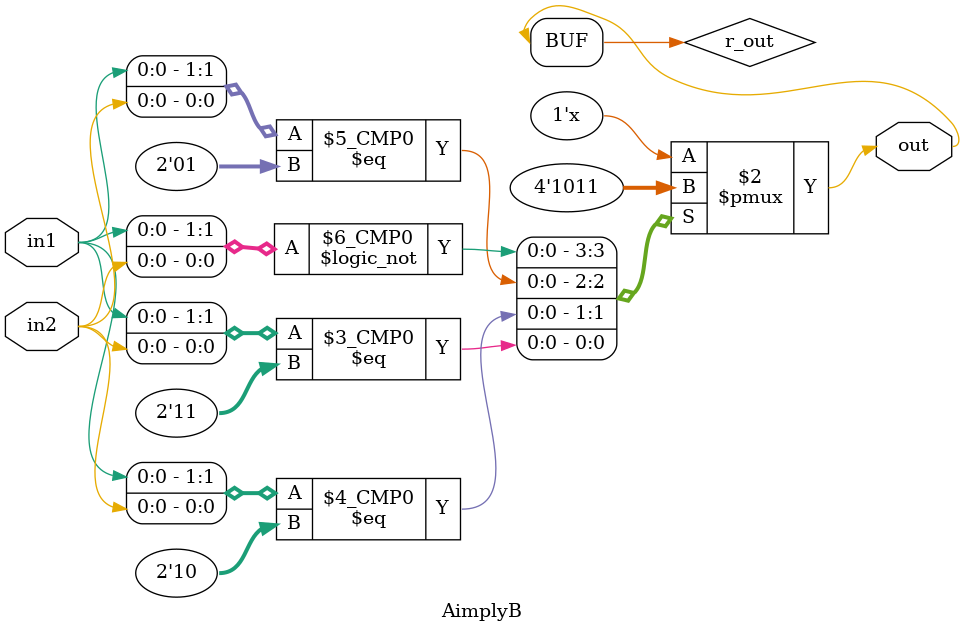
<source format=v>
module AimplyB(output out, input in1, in2);
  reg r_out;
  assign out = r_out;
  always@(in1, in2)
    begin
      case({in1,in2})
        2'b00: out = 1'b1;
        2'b01: out = 1'b0;
        2'b10: out = 1'b1;
        2'b11: out = 1'b1;
        default: out = 1'b0;
      endcase
    end
endmodule

</source>
